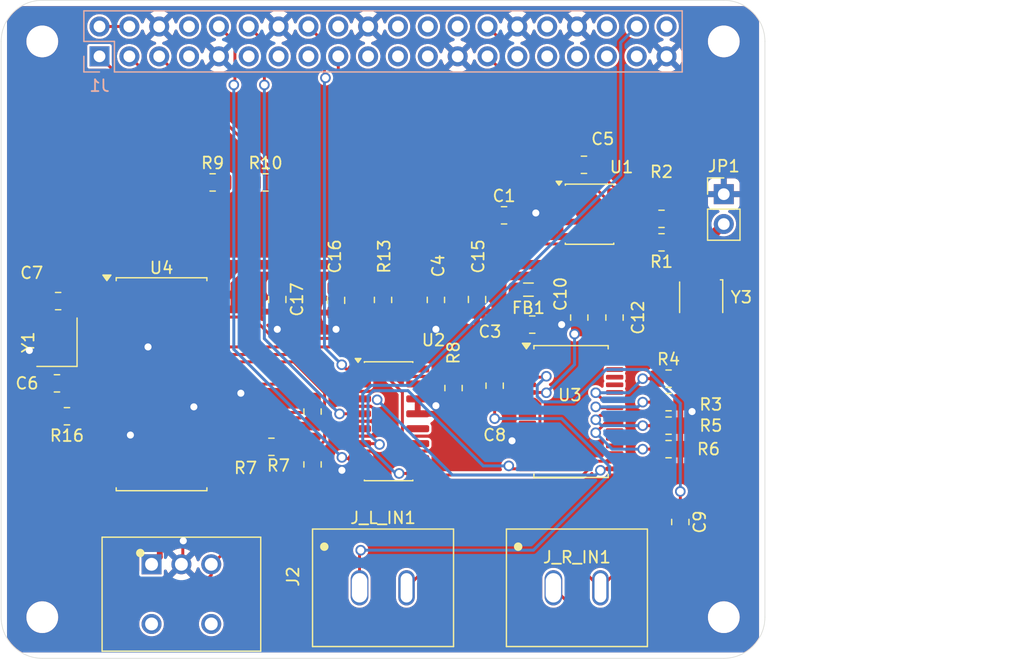
<source format=kicad_pcb>
(kicad_pcb (version 20241229) (generator "pcbnew") (generator_version "9.0")
  (title_block (date "15 nov 2012"))
  (layers (0 "F.Cu" signal) (2 "B.Cu" signal) (13 "F.Paste" user) (15 "B.Paste" user) (5 "F.SilkS" user "F.Silkscreen") (7 "B.SilkS" user "B.Silkscreen") (1 "F.Mask" user) (3 "B.Mask" user) (25 "Edge.Cuts" user))
  (net 0 "")
  (net 1 "GND")
  (net 2 "/GPIO2{slash}SDA1")
  (net 3 "/GPIO3{slash}SCL1")
  (net 4 "/GPIO4{slash}GPCLK0")
  (net 5 "/GPIO14{slash}TXD0")
  (net 6 "Net-(U4-PD0)")
  (net 7 "/GPIO17")
  (net 8 "3V3_A")
  (net 9 "/GPIO27")
  (net 10 "/GPIO22")
  (net 11 "/GPIO24")
  (net 12 "/GPIO10{slash}SPI0.MOSI")
  (net 13 "/GPIO9{slash}SPI0.MISO")
  (net 14 "/GPIO25")
  (net 15 "/GPIO11{slash}SPI0.SCLK")
  (net 16 "/GPIO8{slash}SPI0.CE0")
  (net 17 "/GPIO7{slash}SPI0.CE1")
  (net 18 "/ID_SDA")
  (net 19 "/GPIO5")
  (net 20 "/GPIO6")
  (net 21 "/GPIO12{slash}PWM0")
  (net 22 "/GPIO13{slash}PWM1")
  (net 23 "Net-(U3-VINL1{slash}VIN1P)")
  (net 24 "/GPIO16")
  (net 25 "/GPIO26")
  (net 26 "Net-(U4-XO)")
  (net 27 "/GPIO21{slash}PCM.DOUT")
  (net 28 "+5V")
  (net 29 "+3V3")
  (net 30 "Net-(J_L_IN1-In)")
  (net 31 "Net-(J_R_IN1-In)")
  (net 32 "Net-(U3-VINR1{slash}VIN2P)")
  (net 33 "Net-(U3-VREF)")
  (net 34 "I2S_LRCLK")
  (net 35 "I2C_SDA")
  (net 36 "GPIO23_OPT_LOCK")
  (net 37 "Net-(IC1-RESETB)")
  (net 38 "I2S_BCLK")
  (net 39 "/Audio Inputs/SPDIF_IN")
  (net 40 "I2C_SCL")
  (net 41 "Net-(U4-XI)")
  (net 43 "Net-(U3-SCKI)")
  (net 46 "MODE_MS")
  (net 47 "MD0")
  (net 48 "MODE_FMT0")
  (net 49 "MODE_FMT1")
  (net 50 "Net-(U2-E)")
  (net 51 "ADC_SDOUT")
  (net 57 "Net-(U4-PD1)")
  (net 64 "ID_SCL")
  (net 66 "I2S_DOUT")
  (net 67 "Net-(U4-~{RST})")
  (net 68 "TOSLINK_BCLK")
  (net 69 "ADC_BCLK")
  (net 70 "TOSLINK_DOUT")
  (net 71 "ADC_LRCLK")
  (net 72 "TOSLINK_LRCLK")
  (net 80 "Net-(U4-FMT0)")
  (net 82 "Net-(U4-FMT1)")
  (net 83 "Net-(Y3-OUT)")
  (footprint "Resistor_SMD:R_0805_2012Metric_Pad1.20x1.40mm_HandSolder" (layer "F.Cu") (at 156.2 64.6 180)
    (property "Reference" "R1")
    (property "Value" "3.9k")
  )
  (footprint "Inductor_SMD:L_0805_2012Metric_Pad1.05x1.20mm_HandSolder" (layer "F.Cu") (at 144.875 68.624624 180)
    (property "Reference" "FB1")
    (property "Value" "FerriteBead")
  )
  (footprint "MountingHole:MountingHole_2.7mm_M2.5" (layer "F.Cu") (at 161.5 47.5)
    (property "Reference" "MH2" (hide yes))
    (property "Value" "MountingHole_2.7mm_M2.5" (hide yes))
  )
  (footprint "Package_SO:SOIC-28W_7.5x17.9mm_P1.27mm" (layer "F.Cu") (at 113.65 76.675)
    (property "Reference" "U4")
    (property "Value" "DIR9001PW")
  )
  (footprint "Package_SO:TSSOP-32_6.1x11mm_P0.65mm" (layer "F.Cu") (at 148.5 79)
    (property "Reference" "U3")
    (property "Value" "PCM1862DBT")
  )
  (footprint "Resistor_SMD:R_0805_2012Metric_Pad1.20x1.40mm_HandSolder" (layer "F.Cu") (at 145.2 71.6)
    (property "Reference" "C3")
    (property "Value" "100NF")
  )
  (footprint "Resistor_SMD:R_0805_2012Metric_Pad1.20x1.40mm_HandSolder" (layer "F.Cu") (at 152.2 71 -90)
    (property "Reference" "C12")
    (property "Value" "100nF")
  )
  (footprint "Resistor_SMD:R_0805_2012Metric_Pad1.20x1.40mm_HandSolder" (layer "F.Cu") (at 132.5 69.5 -90)
    (property "Reference" "R13")
    (property "Value" "4.7k")
  )
  (footprint "Connector_Audio:RCJ-043" (layer "F.Cu") (at 149 94)
    (property "Reference" "J_R_IN1")
    (property "Value" "Conn_Coaxial")
  )
  (footprint "Resistor_SMD:R_0805_2012Metric_Pad1.20x1.40mm_HandSolder" (layer "F.Cu") (at 156.8 78.2)
    (property "Reference" "R3")
    (property "Value" "10k")
  )
  (footprint "Resistor_SMD:R_0805_2012Metric_Pad1.20x1.40mm_HandSolder" (layer "F.Cu") (at 142.8 62.3)
    (property "Reference" "C1")
    (property "Value" "100n")
  )
  (footprint "Resistor_SMD:R_0805_2012Metric_Pad1.20x1.40mm_HandSolder" (layer "F.Cu") (at 126.5 79 90)
    (property "Reference" "R12" (hide yes))
    (property "Value" "4.7k")
  )
  (footprint "Capacitor_SMD:C_0805_2012Metric_Pad1.18x1.45mm_HandSolder" (layer "F.Cu") (at 140.5 69.4625 -90)
    (property "Reference" "C15")
    (property "Value" "100nF")
  )
  (footprint "Resistor_SMD:R_0805_2012Metric_Pad1.20x1.40mm_HandSolder" (layer "F.Cu") (at 156.8 82.2)
    (property "Reference" "R6")
    (property "Value" "10k")
  )
  (footprint "Resistor_SMD:R_0805_2012Metric_Pad1.20x1.40mm_HandSolder" (layer "F.Cu") (at 138.5 77 -90)
    (property "Reference" "R8")
    (property "Value" "100k")
  )
  (footprint "Resistor_SMD:R_0805_2012Metric_Pad1.20x1.40mm_HandSolder" (layer "F.Cu") (at 157.8 88.4 -90)
    (property "Reference" "C9")
    (property "Value" "C")
  )
  (footprint "Resistor_SMD:R_0805_2012Metric_Pad1.20x1.40mm_HandSolder" (layer "F.Cu") (at 126.5 83.5 90)
    (property "Reference" "R7")
    (property "Value" "10k")
  )
  (footprint "Oscillator:Oscillator_SMD_EuroQuartz_XO32-4Pin_3.2x2.5mm" (layer "F.Cu") (at 159.575 69.275 -90)
    (property "Reference" "Y3")
    (property "Value" "XO32")
  )
  (footprint "Package_SO:SOIC-8_3.9x4.9mm_P1.27mm" (layer "F.Cu") (at 150.075 62.205)
    (property "Reference" "U1")
    (property "Value" "CAT24C256")
  )
  (footprint "Connector_PinHeader_2.54mm:PinHeader_1x02_P2.54mm_Vertical" (layer "F.Cu") (at 161.5 60.5)
    (property "Reference" "JP1")
    (property "Value" "ID_WP")
  )
  (footprint "Resistor_SMD:R_0805_2012Metric_Pad1.20x1.40mm_HandSolder" (layer "F.Cu") (at 104.75 76.6 180)
    (property "Reference" "C6")
    (property "Value" "22pF")
  )
  (footprint "MountingHole:MountingHole_2.7mm_M2.5" (layer "F.Cu") (at 103.5 96.5)
    (property "Reference" "MH3" (hide yes))
    (property "Value" "MountingHole_2.7mm_M2.5" (hide yes))
  )
  (footprint "Resistor_SMD:R_0805_2012Metric_Pad1.20x1.40mm_HandSolder" (layer "F.Cu") (at 104.85 69.6 180)
    (property "Reference" "C7")
    (property "Value" "22pF")
  )
  (footprint "Resistor_SMD:R_0805_2012Metric_Pad1.20x1.40mm_HandSolder" (layer "F.Cu") (at 118 59.5)
    (property "Reference" "R9")
    (property "Value" "4.7k" (hide yes))
  )
  (footprint "Resistor_SMD:R_0805_2012Metric_Pad1.20x1.40mm_HandSolder" (layer "F.Cu") (at 156.8 80.2)
    (property "Reference" "R5")
    (property "Value" "10k")
  )
  (footprint "MountingHole:MountingHole_2.7mm_M2.5" (layer "F.Cu") (at 103.5 47.5)
    (property "Reference" "MH1" (hide yes))
    (property "Value" "MountingHole_2.7mm_M2.5" (hide yes))
  )
  (footprint "Resistor_SMD:R_0805_2012Metric_Pad1.20x1.40mm_HandSolder" (layer "F.Cu") (at 149.2 71 -90)
    (property "Reference" "C10")
    (property "Value" "10uF")
  )
  (footprint "Crystal:Crystal_SMD_3225-4Pin_3.2x2.5mm" (layer "F.Cu") (at 104.75 73.1 90)
    (property "Reference" "Y1")
    (property "Value" "12.288 MHz")
  )
  (footprint "Resistor_SMD:R_0805_2012Metric_Pad1.20x1.40mm_HandSolder" (layer "F.Cu") (at 149.6 58 180)
    (property "Reference" "C5")
    (property "Value" "C")
  )
  (footprint "Resistor_SMD:R_0805_2012Metric_Pad1.20x1.40mm_HandSolder" (layer "F.Cu") (at 105.6 79.4 180)
    (property "Reference" "R16")
    (property "Value" "10k")
  )
  (footprint "Resistor_SMD:R_0805_2012Metric_Pad1.20x1.40mm_HandSolder" (layer "F.Cu") (at 156.8 76.2)
    (property "Reference" "R4")
    (property "Value" "10k")
  )
  (footprint "Resistor_SMD:R_0805_2012Metric_Pad1.20x1.40mm_HandSolder" (layer "F.Cu") (at 156.2 62.6 180)
    (property "Reference" "R2")
    (property "Value" "3.9k" (hide yes))
  )
  (footprint "MountingHole:MountingHole_2.7mm_M2.5" (layer "F.Cu") (at 161.5 96.5)
    (property "Reference" "MH4" (hide yes))
    (property "Value" "MountingHole_2.7mm_M2.5" (hide yes))
  )
  (footprint "Resistor_SMD:R_0805_2012Metric_Pad1.20x1.40mm_HandSolder" (layer "F.Cu") (at 122.5 59.5)
    (property "Reference" "R10")
    (property "Value" "4.7k")
  )
  (footprint "Capacitor_SMD:C_0805_2012Metric_Pad1.18x1.45mm_HandSolder" (layer "F.Cu") (at 128.5 69.5375 -90)
    (property "Reference" "C16")
    (property "Value" "100nF")
  )
  (footprint "Capacitor_SMD:C_0805_2012Metric_Pad1.18x1.45mm_HandSolder" (layer "F.Cu") (at 123.5 69.4625 -90)
    (property "Reference" "C17")
    (property "Value" "100nF")
  )
  (footprint "Package_SO:SOIC-16_3.9x9.9mm_P1.27mm" (layer "F.Cu") (at 132.975 79.825)
    (property "Reference" "U2")
    (property "Value" "74LVC157")
  )
  (footprint "Connector_Audio:RCJ-043" (layer "F.Cu") (at 132.5 94)
    (property "Reference" "J_L_IN1")
    (property "Value" "Conn_Coaxial")
  )
  (footprint "Connector_Audio:PLR237-T10BK" (layer "F.Cu") (at 115.34 94.54 -90)
    (property "Reference" "J2")
    (property "Value" "PLR237/T10BK")
  )
  (footprint "Resistor_SMD:R_0805_2012Metric_Pad1.20x1.40mm_HandSolder" (layer "F.Cu") (at 123 82)
    (property "Reference" "R7")
    (property "Value" "10k")
  )
  (footprint "Resistor_SMD:R_0805_2012Metric_Pad1.20x1.40mm_HandSolder" (layer "F.Cu") (at 137 69.5 -90)
    (property "Reference" "C4")
    (property "Value" "10uF")
  )
  (footprint "Resistor_SMD:R_0805_2012Metric_Pad1.20x1.40mm_HandSolder" (layer "F.Cu") (at 142 76.8 -90)
    (property "Reference" "C8")
    (property "Value" "1uF (film preferred)")
  )
  (footprint "Connector_PinSocket_2.54mm:PinSocket_2x20_P2.54mm_Vertical" (layer "B.Cu") (at 108.37 48.77 -90)
    (property "Reference" "J1")
    (property "Value" "GPIO" (hide yes))
  )
  (gr_line (start 165 96.5) (end 165 47.5) (stroke (width 0.05)) (layer "Edge.Cuts"))
  (gr_line (start 161.5 44) (end 103.5 44) (stroke (width 0.05)) (layer "Edge.Cuts"))
  (gr_arc (start 165 96.5) (mid 163.974874 98.974874) (end 161.5 100) (stroke (width 0.05)) (layer "Edge.Cuts"))
  (gr_arc (start 100 47.5) (mid 101.025126 45.025126) (end 103.5 44) (stroke (width 0.05)) (layer "Edge.Cuts"))
  (gr_arc (start 161.5 44) (mid 162.839392 44.266422) (end 163.974874 45.025126) (stroke (width 0.05)) (layer "Edge.Cuts"))
  (gr_arc (start 163.974874 45.025126) (mid 164.733579 46.160608) (end 165 47.5) (stroke (width 0.05)) (layer "Edge.Cuts"))
  (gr_arc (start 103.5 100) (mid 101.025126 98.974874) (end 100 96.5) (stroke (width 0.05)) (layer "Edge.Cuts"))
  (gr_line (start 161.5 100) (end 103.5 100) (stroke (width 0.05)) (layer "Edge.Cuts"))
  (gr_line (start 100 47.5) (end 100 96.5) (stroke (width 0.05)) (layer "Edge.Cuts"))
  (segment (start 158.8 79) (end 158.8 79.2) (width 0.25) (layer "F.Cu") (net 1))
  (segment (start 147.6 62.84) (end 147.6 61.57) (width 0.25) (layer "F.Cu") (net 1))
  (segment (start 143.691414 81.275) (end 144.7875 81.275) (width 0.25) (layer "F.Cu") (net 1))
  (segment (start 158.8 79.2) (end 157.8 80.2) (width 0.25) (layer "F.Cu") (net 1))
  (segment (start 158.6 79) (end 157.8 78.2) (width 0.25) (layer "F.Cu") (net 1))
  (segment (start 145.3 62.3) (end 145.5 62.1) (width 0.25) (layer "F.Cu") (net 1))
  (segment (start 130.5 84.27) (end 129.27 84.27) (width 0.25) (layer "F.Cu") (net 1))
  (segment (start 147.6 60.6) (end 147.6 61.57) (width 0.25) (layer "F.Cu") (net 1))
  (segment (start 148.6 58) (end 149.1 58.5) (width 0.25) (layer "F.Cu") (net 1))
  (segment (start 109.96 70.96) (end 112.5 73.5) (width 0.25) (layer "F.Cu") (net 1))
  (segment (start 158.8 79) (end 158.6 79) (width 0.25) (layer "F.Cu") (net 1))
  (segment (start 147.6 61.57) (end 146.03 61.57) (width 0.25) (layer "F.Cu") (net 1))
  (segment (start 109.96 76.04) (end 109 76.04) (width 0.25) (layer "F.Cu") (net 1))
  (segment (start 148.6 58) (end 148.6 59.6) (width 0.25) (layer "F.Cu") (net 1))
  (segment (start 143.477824 81.48859) (end 143.691414 81.275) (width 0.25) (layer "F.Cu") (net 1))
  (segment (start 115.46 90.04) (end 115.5 90) (width 0.25) (layer "F.Cu") (net 1))
  (segment (start 147.6 60.3) (end 147.6 60.6) (width 0.25) (layer "F.Cu") (net 1))
  (segment (start 109.61 82.39) (end 111 81) (width 0.25) (layer "F.Cu") (net 1))
  (segment (start 109 70.96) (end 109.96 70.96) (width 0.25) (layer "F.Cu") (net 1))
  (segment (start 152.55 61.57) (end 147.6 61.57) (width 0.25) (layer "F.Cu") (net 1))
  (segment (start 109.85 79.85) (end 111 81) (width 0.25) (layer "F.Cu") (net 1))
  (segment (start 143.8 62.3) (end 145.3 62.3) (width 0.25) (layer "F.Cu") (net 1))
  (segment (start 123.5 72) (end 123.5 70.5) (width 0.25) (layer "F.Cu") (net 1))
  (segment (start 109 83.66) (end 109 82.39) (width 0.25) (layer "F.Cu") (net 1))
  (segment (start 103.85 69.6) (end 102.4 71.05) (width 0.25) (layer "F.Cu") (net 1))
  (segment (start 109 71) (end 109 70.96) (width 0.25) (layer "F.Cu") (net 1))
  (segment (start 118.3 78.58) (end 116.42 78.58) (width 0.25) (layer "F.Cu") (net 1))
  (segment (start 108.527678 71) (end 109 71) (width 0.25) (layer "F.Cu") (net 1))
  (segment (start 157.8 78.2) (end 157.8 76.2) (width 0.25) (layer "F.Cu") (net 1))
  (segment (start 112.5 73.5) (end 109.96 76.04) (width 0.25) (layer "F.Cu") (net 1))
  (segment (start 102.4 75.25) (end 102.4 73.8) (width 0.25) (layer "F.Cu") (net 1))
  (segment (start 138.5 78) (end 137.5 78) (width 0.25) (layer "F.Cu") (net 1))
  (segment (start 146.03 61.57) (end 145.5 62.1) (width 0.25) (layer "F.Cu") (net 1))
  (segment (start 116.42 78.58) (end 116.4 78.6) (width 0.25) (layer "F.Cu") (net 1))
  (segment (start 118.3 77.31) (end 120.269 77.31) (width 0.25) (layer "F.Cu") (net 1))
  (segment (start 128.5 72) (end 128.5 70.575) (width 0.25) (layer "F.Cu") (net 1))
  (segment (start 102.4 71.05) (end 102.4 73.8) (width 0.25) (layer "F.Cu") (net 1))
  (segment (start 148.6 59.6) (end 147.6 60.6) (width 0.25) (layer "F.Cu") (net 1))
  (segment (start 157.8 80.2) (end 157.8 82.2) (width 0.25) (layer "F.Cu") (net 1))
  (segment (start 109 78.58) (end 109 79.85) (width 0.25) (layer "F.Cu") (net 1))
  (segment (start 146.2 71.6) (end 147.7 71.6) (width 0.25) (layer "F.Cu") (net 1))
  (segment (start 103.75 76.6) (end 102.4 75.25) (width 0.25) (layer "F.Cu") (net 1))
  (segment (start 120.269 77.31) (end 120.4 77.441) (width 0.25) (layer "F.Cu") (net 1))
  (segment (start 129.27 84.27) (end 129 84) (width 0.25) (layer "F.Cu") (net 1))
  (segment (start 109 82.39) (end 109.61 82.39) (width 0.25) (layer "F.Cu") (net 1))
  (segment (start 115.46 91.96) (end 115.46 90.04) (width 0.25) (layer "F.Cu") (net 1))
  (segment (start 137 72) (end 137 70.5) (width 0.25) (layer "F.Cu") (net 1))
  (segment (start 147.6 62.84) (end 147.6 64.11) (width 0.25) (layer "F.Cu") (net 1))
  (segment (start 137.5 78) (end 137 78.5) (width 0.25) (layer "F.Cu") (net 1))
  (via (at 158.8 79) (size 0.9) (drill 0.6) (layers "F.Cu" "B.Cu") (net 1))
  (via (at 143.477824 81.48859) (size 0.9) (drill 0.6) (layers "F.Cu" "B.Cu") (net 1))
  (via (at 129 84) (size 0.9) (drill 0.6) (layers "F.Cu" "B.Cu") (net 1))
  (via (at 123.5 72) (size 0.9) (drill 0.6) (layers "F.Cu" "B.Cu") (net 1))
  (via (at 128.5 72) (size 0.9) (drill 0.6) (layers "F.Cu" "B.Cu") (net 1))
  (via (at 112.5 73.5) (size 0.9) (drill 0.6) (layers "F.Cu" "B.Cu") (net 1))
  (via (at 137 72) (size 0.9) (drill 0.6) (layers "F.Cu" "B.Cu") (net 1))
  (via (at 115.5 90) (size 0.9) (drill 0.6) (layers "F.Cu" "B.Cu") (net 1))
  (via (at 111 81) (size 0.9) (drill 0.6) (layers "F.Cu" "B.Cu") (net 1))
  (via (at 102.4 73.8) (size 0.9) (drill 0.6) (layers "F.Cu" "B.Cu") (net 1))
  (via (at 147.7 71.6) (size 0.9) (drill 0.6) (layers "F.Cu" "B.Cu") (net 1))
  (via (at 116.4 78.6) (size 0.9) (drill 0.6) (layers "F.Cu" "B.Cu") (net 1))
  (via (at 145.5 62.1) (size 0.9) (drill 0.6) (layers "F.Cu" "B.Cu") (net 1))
  (via (at 120.4 77.441) (size 0.9) (drill 0.6) (layers "F.Cu" "B.Cu") (net 1))
  (via (at 137 78.5) (size 0.9) (drill 0.6) (layers "F.Cu" "B.Cu") (net 1))
  (segment (start 120.4 77.441) (end 120.559 77.6) (width 0.25) (layer "B.Cu") (net 1))
  (segment (start 119 56.86) (end 110.91 48.77) (width 0.25) (layer "F.Cu") (net 2))
  (segment (start 119 59.5) (end 119 56.86) (width 0.25) (layer "F.Cu") (net 2))
  (segment (start 123.5 59.5) (end 123.5 58.82) (width 0.25) (layer "F.Cu") (net 3))
  (segment (start 123.5 58.82) (end 113.45 48.77) (width 0.25) (layer "F.Cu") (net 3))
  (segment (start 108.099 79.4) (end 108.549 79.85) (width 0.25) (layer "F.Cu") (net 6))
  (segment (start 106.6 79.4) (end 108.099 79.4) (width 0.25) (layer "F.Cu") (net 6))
  (segment (start 156.2 70) (end 157.7 68.5) (width 0.25) (layer "F.Cu") (net 8))
  (segment (start 140.974 76.395514) (end 141.304486 76.726) (width 0.25) (layer "F.Cu") (net 8))
  (segment (start 158.495514 88.326) (end 160 86.821514) (width 0.25) (layer "F.Cu") (net 8))
  (segment (start 145.524999 78.025) (end 144.7875 78.025) (width 0.25) (layer "F.Cu") (net 8))
  (segment (start 145.480226 80.625) (end 145.851 80.254226) (width 0.25) (layer "F.Cu") (net 8))
  (segment (start 140.974 75.204486) (end 140.974 76.395514) (width 0.25) (layer "F.Cu") (net 8))
  (segment (start 142.547514 76.726) (end 143.846514 78.025) (width 0.25) (layer "F.Cu") (net 8))
  (segment (start 144.2 71.6) (end 144.2 69.099624) (width 0.25) (layer "F.Cu") (net 8))
  (segment (start 144.926 70.026) (end 144 69.1) (width 0.25) (layer "F.Cu") (net 8))
  (segment (start 145.851 80.951001) (end 145.524999 80.625) (width 0.25) (layer "F.Cu") (net 8))
  (segment (start 144.7875 78.025) (end 144.7875 78.675) (width 0.25) (layer "F.Cu") (net 8))
  (segment (start 156.2 70) (end 152.2 70) (width 0.25) (layer "F.Cu") (net 8))
  (segment (start 141.304486 76.726) (end 142.547514 76.726) (width 0.25) (layer "F.Cu") (net 8))
  (segment (start 157.7 68.5) (end 158.5 68.5) (width 0.25) (layer "F.Cu") (net 8))
  (segment (start 144.2 71.6) (end 144.2 73.5375) (width 0.25) (layer "F.Cu") (net 8))
  (segment (start 151 94) (end 156.674 88.326) (width 0.25) (layer "F.Cu") (net 8))
  (segment (start 143.846514 78.025) (end 144.7875 78.025) (width 0.25) (layer "F.Cu") (net 8))
  (segment (start 150.2 70) (end 152.2 70) (width 0.25) (layer "F.Cu") (net 8))
  (segment (start 150.174 70.026) (end 144.926 70.026) (width 0.25) (layer "F.Cu") (net 8))
  (segment (start 145.480226 81.925) (end 145.851 81.554226) (width 0.25) (layer "F.Cu") (net 8))
  (segment (start 136.326 92.174) (end 149.174 92.174) (width 0.25) (layer "F.Cu") (net 8))
  (segment (start 144.7875 74.125) (end 144.7875 74.775) (width 0.25) (layer "F.Cu") (net 8))
  (segment (start 150.2 70) (end 150.174 70.026) (width 0.25) (layer "F.Cu") (net 8))
  (segment (start 145.851 78.351001) (end 145.524999 78.025) (width 0.25) (layer "F.Cu") (net 8))
  (segment (start 141.403486 74.775) (end 140.974 75.204486) (width 0.25) (layer "F.Cu") (net 8))
  (segment (start 158.5 68.5) (end 160.65 68.5) (width 0.25) (layer "F.Cu") (net 8))
  (segment (start 160.65 70.05) (end 160.65 68.5) (width 0.6) (layer "F.Cu") (net 8))
  (segment (start 144.4 71.4) (end 144.2 71.6) (width 0.25) (layer "F.Cu") (net 8))
  (segment (start 145.524999 80.625) (end 144.7875 80.625) (width 0.25) (layer "F.Cu") (net 8))
  (segment (start 156.674 88.326) (end 158.495514 88.326) (width 0.25) (layer "F.Cu") (net 8))
  (segment (start 144.7875 80.625) (end 145.480226 80.625) (width 0.25) (layer "F.Cu") (net 8))
  (segment (start 145.851 81.554226) (end 145.851 80.951001) (width 0.25) (layer "F.Cu") (net 8))
  (segment (start 144.7875 81.925) (end 144.7875 82.575) (width 0.25) (layer "F.Cu") (net 8))
  (segment (start 144.2 73.5375) (end 144.7875 74.125) (width 0.25) (layer "F.Cu") (net 8))
  (segment (start 145.851 80.254226) (end 145.851 78.351001) (width 0.25) (layer "F.Cu") (net 8))
  (segment (start 144.2 69.099624) (end 143.725 68.624624) (width 0.25) (layer "F.Cu") (net 8))
  (segment (start 149.174 92.174) (end 151 94) (width 0.25) (layer "F.Cu") (net 8))
  (segment (start 144.7875 81.925) (end 145.480226 81.925) (width 0.25) (layer "F.Cu") (net 8))
  (segment (start 160 73.8) (end 156.2 70) (width 0.25) (layer "F.Cu") (net 8))
  (segment (start 160 86.821514) (end 160 73.8) (width 0.25) (layer "F.Cu") (net 8))
  (segment (start 144.7875 74.775) (end 141.403486 74.775) (width 0.25) (layer "F.Cu") (net 8))
  (segment (start 134.5 94) (end 136.326 92.174) (width 0.25) (layer "F.Cu") (net 8))
  (segment (start 142.726 62.847514) (end 142.726 50.106) (width 0.25) (layer "F.Cu") (net 18))
  (segment (start 151.924 64.736) (end 144.614486 64.736) (width 0.25) (layer "F.Cu") (net 18))
  (segment (start 144.614486 64.736) (end 142.726 62.847514) (width 0.25) (layer "F.Cu") (net 18))
  (segment (start 142.726 50.106) (end 141.39 48.77) (width 0.25) (layer "F.Cu") (net 18))
  (segment (start 152.55 64.11) (end 151.924 64.736) (width 0.25) (layer "F.Cu") (net 18))
  (segment (start 152.55 64.11) (end 154.71 64.11) (width 0.25) (layer "F.Cu") (net 18))
  (segment (start 154.71 64.11) (end 155.2 64.6) (width 0.25) (layer "F.Cu") (net 18))
  (segment (start 142.375 75.425) (end 144.7875 75.425) (width 0.25) (layer "F.Cu") (net 23))
  (segment (start 144.7875 75.425) (end 144.425 75.425) (width 0.25) (layer "F.Cu") (net 23))
  (segment (start 144.425 75.425) (end 144.4 75.4) (width 0.25) (layer "F.Cu") (net 23))
  (segment (start 142 75.8) (end 142.375 75.425) (width 0.25) (layer "F.Cu") (net 23))
  (segment (start 105.6 76.45) (end 105.75 76.6) (width 0.25) (layer "F.Cu") (net 26))
  (segment (start 106.3 73.5) (end 109 73.5) (width 0.25) (layer "F.Cu") (net 26))
  (segment (start 105.6 74.2) (end 106.3 73.5) (width 0.25) (layer "F.Cu") (net 26))
  (segment (start 106.1 73.6) (end 105.6 74.1) (width 0.25) (layer "F.Cu") (net 26))
  (segment (start 105.6 74.2) (end 105.6 76.45) (width 0.25) (layer "F.Cu") (net 26))
  (segment (start 110.91 46.23) (end 108.37 46.23) (width 0.25) (layer "F.Cu") (net 28))
  (segment (start 150.6 58.35) (end 152.55 60.3) (width 0.25) (layer "F.Cu") (net 29))
  (segment (start 140.5 66.5) (end 141.4 66.5) (width 0.8) (layer "F.Cu") (net 29))
  (segment (start 154.9 60.3) (end 152.55 60.3) (width 0.25) (layer "F.Cu") (net 29))
  (segment (start 135.45 66.55) (end 135.4 66.5) (width 0.25) (layer "F.Cu") (net 29))
  (segment (start 126.5 84.5) (end 122.1 84.5) (width 0.25) (layer "F.Cu") (net 29))
  (segment (start 103.822501 80.177499) (end 104.6 79.4) (width 0.25) (layer "F.Cu") (net 29))
  (segment (start 117 66.5) (end 108.4 66.5) (width 0.8) (layer "F.Cu") (net 29))
  (segment (start 141.8 66.1) (end 141.4 66.5) (width 0.25) (layer "F.Cu") (net 29))
  (segment (start 117 59.5) (end 117 66.5) (width 0.25) (layer "F.Cu") (net 29))
  (segment (start 150.6 58) (end 150.6 58.35) (width 0.25) (layer "F.Cu") (net 29))
  (segment (start 128.69 66.31) (end 128.5 66.5) (width 0.25) (layer "F.Cu") (net 29))
  (segment (start 123.5 66.5) (end 124.2 66.5) (width 0.8) (layer "F.Cu") (net 29))
  (segment (start 145 66.5) (end 146.4 66.5) (width 0.8) (layer "F.Cu") (net 29))
  (segment (start 128.5 68.5) (end 128.5 66.5) (width 0.25) (layer "F.Cu") (net 29))
  (segment (start 141.8 62.3) (end 141.8 66.1) (width 0.25) (layer "F.Cu") (net 29))
  (segment (start 117.88 92.92) (end 117.2 93.6) (width 0.25) (layer "F.Cu") (net 29))
  (segment (start 117.2 93.6) (end 112.048 93.6) (width 0.25) (layer "F.Cu") (net 29))
  (segment (start 125.1 66.5) (end 128.5 66.5) (width 0.8) (layer "F.Cu") (net 29))
  (segment (start 158.67 65.87) (end 158.04 66.5) (width 0.8) (layer "F.Cu") (net 29))
  (segment (start 117.166 59.334) (end 117 59.5) (width 0.25) (layer "F.Cu") (net 29))
  (segment (start 121.9 66.5) (end 122.8 66.5) (width 0.8) (layer "F.Cu") (net 29))
  (segment (start 122.8 66.5) (end 117 66.5) (width 0.8) (layer "F.Cu") (net 29))
  (segment (start 158.47 65.87) (end 158.67 65.87) (width 0.25) (layer "F.Cu") (net 29))
  (segment (start 109 90.552) (end 109 84.93) (width 0.25) (layer "F.Cu") (net 29))
  (segment (start 123.5 68.425) (end 123.5 66.5) (width 0.25) (layer "F.Cu") (net 29))
  (segment (start 122.1 84.5) (end 122 84.6) (width 0.25) (layer "F.Cu") (net 29))
  (segment (start 136.5 66.5) (end 137 66.5) (width 0.8) (layer "F.Cu") (net 29))
  (segment (start 137.4 66.5) (end 139.6 66.5) (width 0.8) (layer "F.Cu") (net 29))
  (segment (start 109 68.42) (end 118.3 68.42) (width 0.25) (layer "F.Cu") (net 29))
  (segment (start 121.4 66.5) (end 121.9 66.5) (width 0.8) (layer "F.Cu") (net 29))
  (segment (start 140 66.5) (end 140.5 66.5) (width 0.8) (layer "F.Cu") (net 29))
  (segment (start 117 57.4) (end 108.37 48.77) (width 0.25) (layer "F.Cu") (net 29))
  (segment (start 117.88 92) (end 117.88 92.92) (width 0.25) (layer "F.Cu") (net 29))
  (segment (start 135.45 75.38) (end 135.45 66.55) (width 0.25) (layer "F.Cu") (net 29))
  (segment (start 121.5 66.4) (end 121.4 66.5) (width 0.25) (layer "F.Cu") (net 29))
  (segment (start 132.5 66.5) (end 135.4 66.5) (width 0.8) (layer "F.Cu") (net 29))
  (segment (start 103.222501 80.177499) (end 101.624 78.578999) (width 0.25) (layer "F.Cu") (net 29))
  (segment (start 122 82) (end 122 84.6) (width 0.25) (layer "F.Cu") (net 29))
  (segment (start 137 66.5) (end 137.4 66.5) (width 0.8) (layer "F.Cu") (net 29))
  (segment (start 107.975001 84.93) (end 103.222501 80.177499) (width 0.25) (layer "F.Cu") (net 29))
  (segment (start 146.3 66.6) (end 146.4 66.5) (width 0.25) (layer "F.Cu") (net 29))
  (segment (start 117 59.5) (end 117 57.4) (width 0.25) (layer "F.Cu") (net 29))
  (segment (start 146.4 66.5) (end 150.5 66.5) (width 0.8) (layer "F.Cu") (net 29))
  (segment (start 157.2 64.6) (end 157.2 62.6) (width 0.25) (layer "F.Cu") (net 29))
  (segment (start 101.624 78.578999) (end 101.624 69.815576) (width 0.25) (layer "F.Cu") (net 29))
  (segment (start 122 66.6) (end 121.9 66.5) (width 0.25) (layer "F.Cu") (net 29))
  (segment (start 135.4 66.5) (end 136.5 66.5) (width 0.8) (layer "F.Cu") (net 29))
  (segment (start 146.3 69.1) (end 146.3 66.6) (width 0.25) (layer "F.Cu") (net 29))
  (segment (start 122.8 66.5) (end 123.5 66.5) (width 0.8) (layer "F.Cu") (net 29))
  (segment (start 140.5 68.425) (end 140.5 66.5) (width 0.25) (layer "F.Cu") (net 29))
  (segment (start 118.3 68.42) (end 119.36 67.36) (width 0.8) (layer "F.Cu") (net 29))
  (segment (start 126.5 80) (end 122 80) (width 0.25) (layer "F.Cu") (net 29))
  (segment (start 122 82) (end 122 80) (width 0.25) (layer "F.Cu") (net 29))
  (segment (start 120.22 66.5) (end 121.4 66.5) (width 0.8) (layer "F.Cu") (net 29))
  (segment (start 141.4 66.5) (end 141.9 66.5) (width 0.8) (layer "F.Cu") (net 29))
  (segment (start 109 84.93) (end 107.975001 84.93) (width 0.25) (layer "F.Cu") (net 29))
  (segment (start 112.048 93.6) (end 109 90.552) (width 0.25) (layer "F.Cu") (net 29))
  (segment (start 141.8 62.3) (end 141.3 62.8) (width 0.25) (layer "F.Cu") (net 29))
  (segment (start 137 68.5) (end 137 66.5) (width 0.25) (layer "F.Cu") (net 29))
  (segment (start 137.2 66.3) (end 137.4 66.5) (width 0.25) (layer "F.Cu") (net 29))
  (segment (start 157.2 62.6) (end 154.9 60.3) (width 0.25) (layer "F.Cu") (net 29))
  (segment (start 119.36 67.36) (end 120.22 66.5) (width 0.8) (layer "F.Cu") (net 29))
  (segment (start 157.2 64.6) (end 158.47 65.87) (width 0.25) (layer "F.Cu") (net 29))
  (segment (start 150.5 66.5) (end 158.04 66.5) (width 0.8) (layer "F.Cu") (net 29))
  (segment (start 122 87.96) (end 118 91.96) (width 0.25) (layer "F.Cu") (net 29))
  (segment (start 128.5 66.5) (end 132.5 66.5) (width 0.8) (layer "F.Cu") (net 29))
  (segment (start 132.5 68.5) (end 132.5 66.5) (width 0.25) (layer "F.Cu") (net 29))
  (segment (start 128.69 48.77) (end 128.69 66.31) (width 0.25) (layer "F.Cu") (net 29))
  (segment (start 108.4 66.5) (end 104.939576 66.5) (width 0.8) (layer "F.Cu") (net 29))
  (segment (start 121.5 59.5) (end 121.5 66.4) (width 0.25) (layer "F.Cu") (net 29))
  (segment (start 126.5 80) (end 127.026 80.526) (width 0.25) (layer "F.Cu") (net 29))
  (segment (start 161.5 63.04) (end 158.67 65.87) (width 0.8) (layer "F.Cu") (net 29))
  (segment (start 141.9 66.5) (end 145 66.5) (width 0.8) (layer "F.Cu") (net 29))
  (segment (start 124.2 66.5) (end 125.1 66.5) (width 0.8) (layer "F.Cu") (net 29))
  (segment (start 103.222501 80.177499) (end 103.822501 80.177499) (width 0.25) (layer "F.Cu") (net 29))
  (segment (start 122 84.6) (end 122 87.96) (width 0.25) (layer "F.Cu") (net 29))
  (segment (start 139.6 66.5) (end 140 66.5) (width 0.8) (layer "F.Cu") (net 29))
  (segment (start 101.624 69.815576) (end 104.939576 66.5) (width 0.25) (layer "F.Cu") (net 29))
  (segment (start 130.5 94) (end 130.5 90.9) (width 0.25) (layer "F.Cu") (net 30))
  (segment (start 130.5 90.9) (end 130.6 90.8) (width 0.25) (layer "F.Cu") (net 30))
  (segment (start 142 77.8) (end 142 79.6) (width 0.25) (layer "F.Cu") (net 30))
  (via (at 142 79.6) (size 0.9) (drill 0.6) (layers "F.Cu" "B.Cu") (net 30))
  (via (at 130.6 90.8) (size 0.9) (drill 0.6) (layers "F.Cu" "B.Cu") (net 30))
  (segment (start 151.776 84.32143) (end 151.776 83.67857) (width 0.25) (layer "B.Cu") (net 30))
  (segment (start 145.29743 90.8) (end 151.776 84.32143) (width 0.25) (layer "B.Cu") (net 30))
  (segment (start 147.69743 79.6) (end 142 79.6) (width 0.25) (layer "B.Cu") (net 30))
  (segment (start 151.776 83.67857) (end 147.69743 79.6) (width 0.25) (layer "B.Cu") (net 30))
  (segment (start 130.6 90.8) (end 145.29743 90.8) (width 0.25) (layer "B.Cu") (net 30))
  (segment (start 151.424983 95.826) (end 148.826 95.826) (width 0.25) (layer "F.Cu") (net 31))
  (segment (start 157.8 89.450983) (end 151.424983 95.826) (width 0.25) (layer "F.Cu") (net 31))
  (segment (start 157.8 89.4) (end 157.8 89.450983) (width 0.25) (layer "F.Cu") (net 31))
  (segment (start 148.826 95.826) (end 147 94) (width 0.25) (layer "F.Cu") (net 31))
  (segment (start 157.8 87.4) (end 157.8 85.8) (width 0.25) (layer "F.Cu") (net 32))
  (segment (start 146.325 76.075) (end 146.4 76) (width 0.25) (layer "F.Cu") (net 32))
  (segment (start 144.7875 76.075) (end 146.325 76.075) (width 0.25) (layer "F.Cu") (net 32))
  (via (at 157.8 85.8) (size 0.9) (drill 0.6) (layers "F.Cu" "B.Cu") (net 32))
  (via (at 146.4 76) (size 0.9) (drill 0.6) (layers "F.Cu" "B.Cu") (net 32))
  (segment (start 157.8 78.30257) (end 157.8 85.8) (width 0.25) (layer "B.Cu") (net 32))
  (segment (start 154.92143 75.424) (end 157.8 78.30257) (width 0.25) (layer "B.Cu") (net 32))
  (segment (start 145.624 77.72143) (end 146.07857 78.176) (width 0.25) (layer "B.Cu") (net 32))
  (segment (start 145.624 76.776) (end 145.624 77.72143) (width 0.25) (layer "B.Cu") (net 32))
  (segment (start 146.07857 78.176) (end 148.72657 78.176) (width 0.25) (layer "B.Cu") (net 32))
  (segment (start 146.4 76) (end 145.624 76.776) (width 0.25) (layer "B.Cu") (net 32))
  (segment (start 148.72657 78.176) (end 151.47857 75.424) (width 0.25) (layer "B.Cu") (net 32))
  (segment (start 151.47857 75.424) (end 154.92143 75.424) (width 0.25) (layer "B.Cu") (net 32))
  (segment (start 144.7875 77.375) (end 146.375 77.375) (width 0.25) (layer "F.Cu") (net 33))
  (segment (start 150.2 72) (end 152.2 72) (width 0.25) (layer "F.Cu") (net 33))
  (segment (start 149.8 72.4) (end 150.2 72) (width 0.25) (layer "F.Cu") (net 33))
  (segment (start 146.375 77.375) (end 146.4 77.4) (width 0.25) (layer "F.Cu") (net 33))
  (segment (start 148.8 72.4) (end 149.8 72.4) (width 0.25) (layer "F.Cu") (net 33))
  (via (at 146.4 77.4) (size 0.9) (drill 0.6) (layers "F.Cu" "B.Cu") (net 33))
  (via (at 148.8 72.4) (size 0.9) (drill 0.6) (layers "F.Cu" "B.Cu") (net 33))
  (segment (start 146.4 77.4) (end 148.8 75) (width 0.25) (layer "B.Cu") (net 33))
  (segment (start 148.8 75) (end 148.8 72.4) (width 0.25) (layer "B.Cu") (net 33))
  (segment (start 118.53 46.23) (end 119.894 47.594) (width 0.25) (layer "F.Cu") (net 34))
  (segment (start 129.100003 83) (end 129 82.899997) (width 0.25) (layer "F.Cu") (net 34))
  (segment (start 119.894 47.594) (end 119.894 51.106) (width 0.25) (layer "F.Cu") (net 34))
  (segment (start 130.5 83) (end 129.100003 83) (width 0.25) (layer "F.Cu") (net 34))
  (segment (start 119.894 51.106) (end 119.8 51.2) (width 0.25) (layer "F.Cu") (net 34))
  (via (at 119.8 51.2) (size 0.9) (drill 0.6) (layers "F.Cu" "B.Cu") (net 34))
  (via (at 129 82.899997) (size 0.9) (drill 0.6) (layers "F.Cu" "B.Cu") (net 34))
  (segment (start 119.8 73.699997) (end 129 82.899997) (width 0.25) (layer "B.Cu") (net 34))
  (segment (start 119.8 51.2) (end 119.8 73.699997) (width 0.25) (layer "B.Cu") (net 34))
  (segment (start 118.3 72.23) (end 117.275001 72.23) (width 0.25) (layer "F.Cu") (net 35))
  (segment (start 125.166 76.666) (end 126.5 78) (width 0.25) (layer "F.Cu") (net 35))
  (segment (start 116.498 75.940322) (end 117.223678 76.666) (width 0.25) (layer "F.Cu") (net 35))
  (segment (start 117.275001 72.23) (end 116.498 73.007001) (width 0.25) (layer "F.Cu") (net 35))
  (segment (start 116.498 73.007001) (end 116.498 75.940322) (width 0.25) (layer "F.Cu") (net 35))
  (segment (start 117.223678 76.666) (end 125.166 76.666) (width 0.25) (layer "F.Cu") (net 35))
  (segment (start 127.514 50.514) (end 127.514 47.594) (width 0.25) (layer "F.Cu") (net 36))
  (segment (start 129.351018 75.38) (end 128.985509 75.014491) (width 0.25) (layer "F.Cu") (net 36))
  (segment (start 127.514 47.594) (end 126.15 46.23) (width 0.25) (layer "F.Cu") (net 36))
  (segment (start 130.5 75.38) (end 129.351018 75.38) (width 0.25) (layer "F.Cu") (net 36))
  (segment (start 127.6 50.6) (end 127.514 50.514) (width 0.25) (layer "F.Cu") (net 36))
  (via (at 127.6 50.6) (size 0.9) (drill 0.6) (layers "F.Cu" "B.Cu") (net 36))
  (via (at 128.985509 75.014491) (size 0.9) (drill 0.6) (layers "F.Cu" "B.Cu") (net 36))
  (segment (start 127.514 73.542982) (end 127.514 50.686) (width 0.25) (layer "B.Cu") (net 36))
  (segment (start 127.514 50.686) (end 127.6 50.6) (width 0.25) (layer "B.Cu") (net 36))
  (segment (start 128.985509 75.014491) (end 127.514 73.542982) (width 0.25) (layer "B.Cu") (net 36))
  (segment (start 128.81 79.19) (end 128.8 79.2) (width 0.25) (layer "F.Cu") (net 38))
  (segment (start 122.4 51.2) (end 122.4 47.56) (width 0.25) (layer "F.Cu") (net 38))
  (segment (start 130.5 79.19) (end 128.81 79.19) (width 0.25) (layer "F.Cu") (net 38))
  (segment (start 122.4 47.56) (end 121.07 46.23) (width 0.25) (layer "F.Cu") (net 38))
  (via (at 122.4 51.2) (size 0.9) (drill 0.6) (layers "F.Cu" "B.Cu") (net 38))
  (via (at 128.8 79.2) (size 0.9) (drill 0.6) (layers "F.Cu" "B.Cu") (net 38))
  (segment (start 122.4 72.8) (end 122.4 51.2) (width 0.25) (layer "B.Cu") (net 38))
  (segment (start 128.8 79.2) (end 122.4 72.8) (width 0.25) (layer "B.Cu") (net 38))
  (segment (start 109 69.69) (end 110.024999 69.69) (width 0.5) (layer "F.Cu") (net 39))
  (segment (start 110.024999 69.69) (end 113.5 73.165001) (width 0.5) (layer "F.Cu") (net 39))
  (segment (start 112.92 91.96) (end 113.5 91.38) (width 0.5) (layer "F.Cu") (net 39))
  (segment (start 113.5 91.38) (end 113.5 73.165001) (width 0.5) (layer "F.Cu") (net 39))
  (segment (start 121.36257 70.96) (end 123.17857 72.776) (width 0.25) (layer "F.Cu") (net 40))
  (segment (start 123.17857 72.776) (end 130.224 72.776) (width 0.25) (layer "F.Cu") (net 40))
  (segment (start 130.224 72.776) (end 132.5 70.5) (width 0.25) (layer "F.Cu") (net 40))
  (segment (start 118.3 70.96) (end 121.36257 70.96) (width 0.25) (layer "F.Cu") (net 40))
  (segment (start 109 72.23) (end 105.83 72.23) (width 0.25) (layer "F.Cu") (net 41))
  (segment (start 105.6 72) (end 105.6 69.85) (width 0.25) (layer "F.Cu") (net 41))
  (segment (start 106.03 72.33) (end 105.6 71.9) (width 0.25) (layer "F.Cu") (net 41))
  (segment (start 105.6 69.85) (end 105.85 69.6) (width 0.25) (layer "F.Cu") (net 41))
  (segment (start 105.83 72.23) (end 105.6 72) (width 0.25) (layer "F.Cu") (net 41))
  (segment (start 152.2125 78.675) (end 150.675 78.675) (width 0.25) (layer "F.Cu") (net 46))
  (segment (start 155.8 78.2) (end 154.6 78.2) (width 0.25) (layer "F.Cu") (net 46))
  (segment (start 150.675 78.675) (end 150.6 78.6) (width 0.25) (layer "F.Cu") (net 46))
  (via (at 154.6 78.2) (size 0.9) (drill 0.6) (layers "F.Cu" "B.Cu") (net 46))
  (via (at 150.6 78.6) (size 0.9) (drill 0.6) (layers "F.Cu" "B.Cu") (net 46))
  (segment (start 150.6 78.6) (end 154.2 78.6) (width 0.25) (layer "B.Cu") (net 46))
  (segment (start 154.2 78.6) (end 154.6 78.2) (width 0.25) (layer "B.Cu") (net 46))
  (segment (start 151.225 78.025) (end 150.6 77.4) (width 0.25) (layer "F.Cu") (net 47))
  (segment (start 155.8 76.2) (end 154.6 76.2) (width 0.25) (layer "F.Cu") (net 47))
  (segment (start 152.2125 78.025) (end 151.225 78.025) (width 0.25) (layer "F.Cu") (net 47))
  (via (at 154.6 76.2) (size 0.9) (drill 0.6) (layers "F.Cu" "B.Cu") (net 47))
  (via (at 150.6 77.4) (size 0.9) (drill 0.6) (layers "F.Cu" "B.Cu") (net 47))
  (segment (start 153.4 77.4) (end 154.6 76.2) (width 0.25) (layer "B.Cu") (net 47))
  (segment (start 150.6 77.4) (end 153.4 77.4) (width 0.25) (layer "B.Cu") (net 47))
  (segment (start 150.975003 79.325) (end 150.6 79.700003) (width 0.25) (layer "F.Cu") (net 48))
  (segment (start 155.8 80.2) (end 154.6 80.2) (width 0.25) (layer "F.Cu") (net 48))
  (segment (start 152.2125 79.325) (end 150.975003 79.325) (width 0.25) (layer "F.Cu") (net 48))
  (via (at 154.6 80.2) (size 0.9) (drill 0.6) (layers "F.Cu" "B.Cu") (net 48))
  (via (at 150.6 79.700003) (size 0.9) (drill 0.6) (layers "F.Cu" "B.Cu") (net 48))
  (segment (start 151.099997 80.2) (end 154.6 80.2) (width 0.25) (layer "B.Cu") (net 48))
  (segment (start 150.6 79.700003) (end 151.099997 80.2) (width 0.25) (layer "B.Cu") (net 48))
  (segment (start 152.025 79.975) (end 152 80) (width 0.25) (layer "F.Cu") (net 49))
  (segment (start 155.8 82.2) (end 154.6 82.2) (width 0.25) (layer "F.Cu") (net 49))
  (segment (start 152 80) (end 151.400006 80) (width 0.25) (layer "F.Cu") (net 49))
  (segment (start 152.2125 79.975) (end 152.025 79.975) (width 0.25) (layer "F.Cu") (net 49))
  (segment (start 151.400006 80) (end 150.6 80.800006) (width 0.25) (layer "F.Cu") (net 49))
  (via (at 154.6 82.2) (size 0.9) (drill 0.6) (layers "F.Cu" "B.Cu") (net 49))
  (via (at 150.6 80.800006) (size 0.9) (drill 0.6) (layers "F.Cu" "B.Cu") (net 49))
  (segment (start 150.6 80.800006) (end 151.999994 82.2) (width 0.25) (layer "B.Cu") (net 49))
  (segment (start 151.999994 82.2) (end 154.6 82.2) (width 0.25) (layer "B.Cu") (net 49))
  (segment (start 138.5 76) (end 137.85 76.65) (width 0.25) (layer "F.Cu") (net 50))
  (segment (start 137.85 76.65) (end 135.45 76.65) (width 0.25) (layer "F.Cu") (net 50))
  (segment (start 149.50157 84.401) (end 150.67757 83.225) (width 0.25) (layer "F.Cu") (net 51))
  (segment (start 135.45 83) (end 136.05 83) (width 0.25) (layer "F.Cu") (net 51))
  (segment (start 137.451 84.401) (end 149.50157 84.401) (width 0.25) (layer "F.Cu") (net 51))
  (segment (start 150.67757 83.225) (end 152.2125 83.225) (width 0.25) (layer "F.Cu") (net 51))
  (segment (start 136.05 83) (end 137.451 84.401) (width 0.25) (layer "F.Cu") (net 51))
  (segment (start 153.558322 60.926) (end 151.523678 60.926) (width 0.25) (layer "F.Cu") (net 64))
  (segment (start 152.55 62.84) (end 153.524999 62.84) (width 0.25) (layer "F.Cu") (net 64))
  (segment (start 149.674 56.365116) (end 142.566 49.257116) (width 0.25) (layer "F.Cu") (net 64))
  (segment (start 151.523678 60.926) (end 149.674 59.076322) (width 0.25) (layer "F.Cu") (net 64))
  (segment (start 153.851 62.513999) (end 153.851 61.218678) (width 0.25) (layer "F.Cu") (net 64))
  (segment (start 142.566 47.406) (end 141.39 46.23) (width 0.25) (layer "F.Cu") (net 64))
  (segment (start 142.566 49.257116) (end 142.566 47.406) (width 0.25) (layer "F.Cu") (net 64))
  (segment (start 149.674 59.076322) (end 149.674 56.365116) (width 0.25) (layer "F.Cu") (net 64))
  (segment (start 154.96 62.84) (end 155.2 62.6) (width 0.25) (layer "F.Cu") (net 64))
  (segment (start 152.55 62.84) (end 154.96 62.84) (width 0.25) (layer "F.Cu") (net 64))
  (segment (start 153.524999 62.84) (end 153.851 62.513999) (width 0.25) (layer "F.Cu") (net 64))
  (segment (start 153.851 61.218678) (end 153.558322 60.926) (width 0.25) (layer "F.Cu") (net 64))
  (segment (start 133.8 84.2) (end 133.87 84.27) (width 0.25) (layer "F.Cu") (net 66))
  (segment (start 135.45 84.27) (end 133.87 84.27) (width 0.25) (layer "F.Cu") (net 66))
  (via (at 133.87 84.27) (size 0.9) (drill 0.6) (layers "F.Cu" "B.Cu") (net 66))
  (segment (start 154.09 46.23) (end 152.726 47.594) (width 0.25) (layer "B.Cu") (net 66))
  (segment (start 134.81081 76.773) (end 131.49176 76.773) (width 0.25) (layer "B.Cu") (net 66))
  (segment (start 133.57257 84.27) (end 133.87 84.27) (width 0.25) (layer "B.Cu") (net 66))
  (segment (start 130.773 77.49176) (end 130.773 81.47043) (width 0.25) (layer "B.Cu") (net 66))
  (segment (start 152.726 58.85781) (end 134.81081 76.773) (width 0.25) (layer "B.Cu") (net 66))
  (segment (start 130.773 81.47043) (end 133.57257 84.27) (width 0.25) (layer "B.Cu") (net 66))
  (segment (start 152.726 47.594) (end 152.726 58.85781) (width 0.25) (layer "B.Cu") (net 66))
  (segment (start 131.49176 76.773) (end 130.773 77.49176) (width 0.25) (layer "B.Cu") (net 66))
  (segment (start 117.223678 77.936) (end 119.536 77.936) (width 0.25) (layer "F.Cu") (net 67))
  (segment (start 119.536 77.936) (end 120.674 79.074) (width 0.25) (layer "F.Cu") (net 67))
  (segment (start 127.526 79.404486) (end 127.526 81.474) (width 0.25) (layer "F.Cu") (net 67))
  (segment (start 117.275001 69.69) (end 116.047 70.918001) (width 0.25) (layer "F.Cu") (net 67))
  (segment (start 120.674 79.074) (end 127.195514 79.074) (width 0.25) (layer "F.Cu") (net 67))
  (segment (start 116.047 76.759322) (end 117.223678 77.936) (width 0.25) (layer "F.Cu") (net 67))
  (segment (start 127.195514 79.074) (end 127.526 79.404486) (width 0.25) (layer "F.Cu") (net 67))
  (segment (start 127.526 81.474) (end 126.5 82.5) (width 0.25) (layer "F.Cu") (net 67))
  (segment (start 116.047 70.918001) (end 116.047 76.759322) (width 0.25) (layer "F.Cu") (net 67))
  (segment (start 118.3 69.69) (end 117.275001 69.69) (width 0.25) (layer "F.Cu") (net 67))
  (segment (start 118.3 76.04) (end 117.275001 76.04) (width 0.25) (layer "F.Cu") (net 68))
  (segment (start 116.949 75.713999) (end 116.949 74.418678) (width 0.25) (layer "F.Cu") (net 68))
  (segment (start 127.019001 74.144) (end 129.525001 76.65) (width 0.25) (layer "F.Cu") (net 68))
  (segment (start 116.949 74.418678) (end 117.223678 74.144) (width 0.25) (layer "F.Cu") (net 68))
  (segment (start 117.223678 74.144) (end 127.019001 74.144) (width 0.25) (layer "F.Cu") (net 68))
  (segment (start 117.275001 76.04) (end 116.949 75.713999) (width 0.25) (layer "F.Cu") (net 68))
  (segment (start 131.92 77.92) (end 132 78) (width 0.25) (layer "F.Cu") (net 69))
  (segment (start 151.125 83.875) (end 151 84) (width 0.25) (layer "F.Cu") (net 69))
  (segment (start 152.2125 83.875) (end 151.125 83.875) (width 0.25) (layer "F.Cu") (net 69))
  (via (at 151 84) (size 0.9) (drill 0.6) (layers "F.Cu" "B.Cu") (net 69))
  (via (at 132 78) (size 0.9) (drill 0.6) (layers "F.Cu" "B.Cu") (net 69))
  (segment (start 150.599 84.401) (end 138.401 84.401) (width 0.25) (layer "B.Cu") (net 69))
  (segment (start 151 84) (end 150.599 84.401) (width 0.25) (layer "B.Cu") (net 69))
  (segment (start 138.401 84.401) (end 138 84) (width 0.25) (layer "B.Cu") (net 69))
  (segment (start 138 84) (end 132 78) (width 0.25) (layer "B.Cu") (net 69))
  (segment (start 118.3 73.5) (end 130.272322 73.5) (width 0.25) (layer "F.Cu") (net 70))
  (segment (start 134.149 77.376678) (end 134.149 80.811322) (width 0.25) (layer "F.Cu") (net 70))
  (segment (start 135.067678 81.73) (end 135.45 81.73) (width 0.25) (layer "F.Cu") (net 70))
  (segment (start 130.272322 73.5) (end 134.149 77.376678) (width 0.25) (layer "F.Cu") (net 70))
  (segment (start 134.149 80.811322) (end 135.067678 81.73) (width 0.25) (layer "F.Cu") (net 70))
  (segment (start 144.7875 83.875) (end 143.45 83.875) (width 0.25) (layer "F.Cu") (net 71))
  (segment (start 132.13 81.73) (end 132.2 81.8) (width 0.25) (layer "F.Cu") (net 71))
  (segment (start 130.5 81.73) (end 132.13 81.73) (width 0.25) (layer "F.Cu") (net 71))
  (segment (start 143.45 83.875) (end 143.2 83.625) (width 0.25) (layer "F.Cu") (net 71))
  (via (at 132.2 81.8) (size 0.9) (drill 0.6) (layers "F.Cu" "B.Cu") (net 71))
  (via (at 143.2 83.625) (size 0.9) (drill 0.6) (layers "F.Cu" "B.Cu") (net 71))
  (segment (start 131.67857 77.224) (end 134.624 77.224) (width 0.25) (layer "B.Cu") (net 71))
  (segment (start 141.025 83.625) (end 143.2 83.625) (width 0.25) (layer "B.Cu") (net 71))
  (segment (start 134.624 77.224) (end 141.025 83.625) (width 0.25) (layer "B.Cu") (net 71))
  (segment (start 132.2 81.8) (end 131.224 80.824) (width 0.25) (layer "B.Cu") (net 71))
  (segment (start 131.224 77.67857) (end 131.67857 77.224) (width 0.25) (layer "B.Cu") (net 71))
  (segment (start 131.224 80.824) (end 131.224 77.67857) (width 0.25) (layer "B.Cu") (net 71))
  (segment (start 124.891514 74.77) (end 118.3 74.77) (width 0.25) (layer "F.Cu") (net 72))
  (segment (start 127.526 77.404486) (end 124.891514 74.77) (width 0.25) (layer "F.Cu") (net 72))
  (segment (start 128 79.069514) (end 128 79.8) (width 0.25) (layer "F.Cu") (net 72))
  (segment (start 128 79.8) (end 128.66 80.46) (width 0.25) (layer "F.Cu") (net 72))
  (segment (start 128.66 80.46) (end 130.5 80.46) (width 0.25) (layer "F.Cu") (net 72))
  (segment (start 127.526 78.595514) (end 128 79.069514) (width 0.25) (layer "F.Cu") (net 72))
  (segment (start 127.526 78.595514) (end 127.526 77.404486) (width 0.25) (layer "F.Cu") (net 72))
  (zone (net 1) (net_name "GND") (layer "F.Cu") (priority 1) (connect_pads (clearance 0)) (min_thickness 0.25) (fill yes (thermal_gap 0.5) (thermal_bridge_width 0.5))
    (polygon (pts (xy 164.5 99.5) (xy 164.5 44.5) (xy 100.5 44.5) (xy 100.5 99.5)))
  )
  (zone (net 1) (net_name "GND") (layer "B.Cu") (connect_pads (clearance 0)) (min_thickness 0.25) (fill yes (thermal_gap 0.5) (thermal_bridge_width 0.5))
    (polygon (pts (xy 100.5 44.5) (xy 100.5 99.5) (xy 164.5 99.5) (xy 164.5 44.5)))
  )
)
</source>
